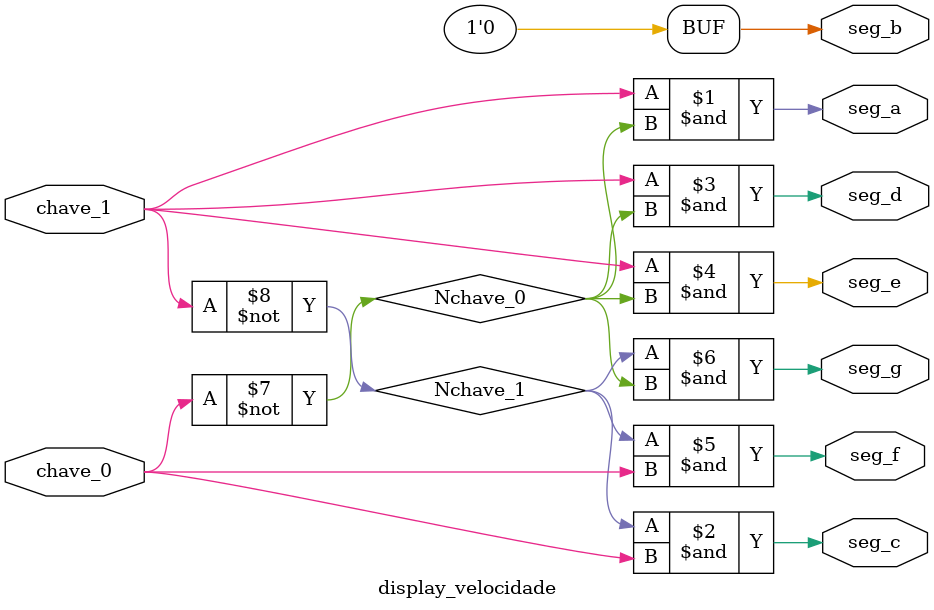
<source format=v>
module display_velocidade(seg_a, seg_b, seg_c, seg_d, seg_e, seg_f, seg_g, chave_0, chave_1);

	input chave_0, chave_1;
	output seg_a, seg_b, seg_c, seg_d, seg_e, seg_f, seg_g;
	
	wire Nchave_0, Nchave_1;
	not Not_chave_0(Nchave_0, chave_0);
	not Not_chave_1(Nchave_1, chave_1);
	
	and And_a(seg_a, chave_1, Nchave_0);
  	and And_b(seg_b, 1'b0);
  	and And_c(seg_c, Nchave_1, chave_0);
	and And_d(seg_d, chave_1, Nchave_0);
	and And_e(seg_e, chave_1, Nchave_0);
	and And_f(seg_f, Nchave_1, chave_0);
	and And_g(seg_g, Nchave_1, Nchave_0);
endmodule
</source>
